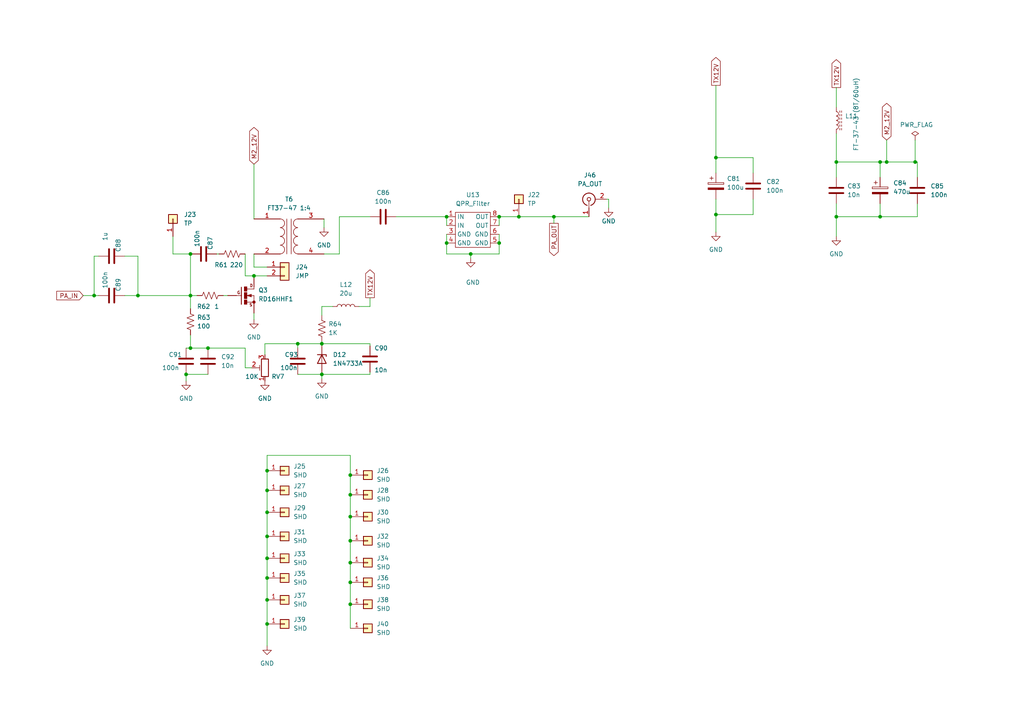
<source format=kicad_sch>
(kicad_sch (version 20211123) (generator eeschema)
  (paper "A4")
  (lib_symbols
    (symbol "Connector:Conn_Coaxial" (pin_names (offset 1.016) hide)
      (property "Reference" "J" (at 0.254 3.048 0))
      (property "Value" "Conn_Coaxial" (at 2.921 0 90))
      (symbol "Conn_Coaxial_0_1"
        (arc (start -1.778 -0.508) (mid 0.2311 -1.8066) (end 1.778 0) (stroke (width 0.254)))
        (polyline (pts (xy -2.54 0) (xy -0.508 0)))
        (polyline (pts (xy 0 -2.54) (xy 0 -1.778)))
        (circle (center 0 0) (radius 0.508) (stroke (width 0.2032)))
        (arc (start 1.778 0) (mid 0.2099 1.8101) (end -1.778 0.508) (stroke (width 0.254)))
      )
      (symbol "Conn_Coaxial_1_1"
        (pin passive line (at -5.08 0 0) (length 2.54) (name "In") (number "1"))
        (pin passive line (at 0 -5.08 90) (length 2.54) (name "Ext") (number "2"))
      )
    )
    (symbol "Connector_Generic:Conn_01x01" (pin_names (offset 1.016) hide)
      (property "Reference" "J" (at 0 2.54 0))
      (property "Value" "Conn_01x01" (at 0 -2.54 0))
      (symbol "Conn_01x01_1_1"
        (rectangle (start -1.27 0.127) (end 0 -0.127) (stroke (width 0.1524)))
        (rectangle (start -1.27 1.27) (end 1.27 -1.27) (stroke (width 0.254)) (fill (type background)))
        (pin passive line (at -5.08 0 0) (length 3.81) (name "Pin_1") (number "1"))
      )
    )
    (symbol "Connector_Generic:Conn_01x02" (pin_names (offset 1.016) hide)
      (property "Reference" "J" (at 0 2.54 0))
      (property "Value" "Conn_01x02" (at 0 -5.08 0))
      (symbol "Conn_01x02_1_1"
        (rectangle (start -1.27 -2.413) (end 0 -2.667) (stroke (width 0.1524)))
        (rectangle (start -1.27 0.127) (end 0 -0.127) (stroke (width 0.1524)))
        (rectangle (start -1.27 1.27) (end 1.27 -3.81) (stroke (width 0.254)) (fill (type background)))
        (pin passive line (at -5.08 0 0) (length 3.81) (name "Pin_1") (number "1"))
        (pin passive line (at -5.08 -2.54 0) (length 3.81) (name "Pin_2") (number "2"))
      )
    )
    (symbol "Custom_RF:Generic Transfomer" (pin_names (offset 1.016) hide)
      (property "Reference" "T" (at 0 6.35 0))
      (property "Value" "Generic Transfomer" (at 0 -7.62 0))
      (symbol "Generic Transfomer_0_1"
        (arc (start -2.54 -5.0546) (mid -1.6599 -4.6901) (end -1.27 -3.81))
        (arc (start -2.54 -2.5146) (mid -1.6599 -2.1501) (end -1.27 -1.27))
        (arc (start -2.54 0.0254) (mid -1.6599 0.3899) (end -1.27 1.27))
        (arc (start -2.54 2.5654) (mid -1.6599 2.9299) (end -1.27 3.81))
        (arc (start -1.27 -3.81) (mid -1.642 -2.912) (end -2.54 -2.54))
        (arc (start -1.27 -1.27) (mid -1.642 -0.372) (end -2.54 0))
        (arc (start -1.27 1.27) (mid -1.642 2.168) (end -2.54 2.54))
        (arc (start -1.27 3.81) (mid -1.642 4.708) (end -2.54 5.08))
        (polyline (pts (xy -0.635 5.08) (xy -0.635 -5.08)))
        (polyline (pts (xy 0.635 -5.08) (xy 0.635 5.08)))
        (arc (start 1.2954 -1.27) (mid 1.6599 -2.1501) (end 2.54 -2.5146))
        (arc (start 1.2954 1.27) (mid 1.6599 0.3899) (end 2.54 0.0254))
        (arc (start 1.2954 3.81) (mid 1.6599 2.9299) (end 2.54 2.5654))
        (arc (start 1.3208 -3.81) (mid 1.6853 -4.6901) (end 2.5654 -5.0546))
        (arc (start 2.54 0) (mid 1.642 -0.372) (end 1.2954 -1.27))
        (arc (start 2.54 2.54) (mid 1.642 2.168) (end 1.2954 1.27))
        (arc (start 2.54 5.08) (mid 1.642 4.708) (end 1.2954 3.81))
        (arc (start 2.5654 -2.54) (mid 1.6674 -2.912) (end 1.3208 -3.81))
      )
      (symbol "Generic Transfomer_1_1"
        (pin passive line (at -10.16 5.08 0) (length 7.62) (name "AA") (number "1"))
        (pin passive line (at -10.16 -5.08 0) (length 7.62) (name "AB") (number "2"))
        (pin passive line (at 10.16 5.08 180) (length 7.62) (name "SB") (number "3"))
        (pin passive line (at 10.16 -5.08 180) (length 7.62) (name "SA") (number "4"))
      )
    )
    (symbol "Custom_RF:QPR_Filter"
      (property "Reference" "U" (at 0 7.62 0))
      (property "Value" "QPR_Filter" (at 0 -7.62 0))
      (symbol "QPR_Filter_0_1"
        (rectangle (start -5.08 5.08) (end 5.08 -5.08))
      )
      (symbol "QPR_Filter_1_1"
        (pin bidirectional line (at -7.62 3.81 0) (length 2.54) (name "IN") (number "1"))
        (pin bidirectional line (at -7.62 1.27 0) (length 2.54) (name "IN") (number "2"))
        (pin power_in line (at -7.62 -1.27 0) (length 2.54) (name "GND") (number "3"))
        (pin power_in line (at -7.62 -3.81 0) (length 2.54) (name "GND") (number "4"))
        (pin power_in line (at 7.62 -3.81 180) (length 2.54) (name "GND") (number "5"))
        (pin power_in line (at 7.62 -1.27 180) (length 2.54) (name "GND") (number "6"))
        (pin bidirectional line (at 7.62 1.27 180) (length 2.54) (name "OUT") (number "7"))
        (pin bidirectional line (at 7.62 3.81 180) (length 2.54) (name "OUT") (number "8"))
      )
    )
    (symbol "Custom_RF:RD16HHF1" (pin_numbers hide) (pin_names (offset 1.016) hide)
      (property "Reference" "Q" (at 3.302 0.508 0))
      (property "Value" "RD16HHF1" (at 3.302 -0.508 0))
      (symbol "RD16HHF1_0_0"
        (rectangle (start -0.254 -2.54) (end 0.508 -1.27) (fill (type outline)))
        (rectangle (start -0.254 -0.889) (end 0.508 0.889) (fill (type outline)))
        (rectangle (start -0.254 1.27) (end 0.508 2.54) (fill (type outline)))
        (polyline (pts (xy -1.1176 0) (xy -2.54 0)) (stroke (width 0.1524)))
        (polyline (pts (xy -1.1176 0) (xy -1.1176 -2.54)) (stroke (width 0.254)))
        (polyline (pts (xy -1.1176 2.413) (xy -1.1176 0)) (stroke (width 0.254)))
        (polyline (pts (xy 0.508 -1.905) (xy 2.54 -1.905)) (stroke (width 0.1524)))
        (polyline (pts (xy 0.508 0) (xy 1.143 0)) (stroke (width 0.1524)))
        (polyline (pts (xy 0.508 0) (xy 1.778 0.381)) (stroke (width 0.1524)))
        (polyline (pts (xy 1.143 0) (xy 1.651 -0.127)) (stroke (width 0.3048)))
        (polyline (pts (xy 1.143 0) (xy 2.54 0)) (stroke (width 0.1524)))
        (polyline (pts (xy 1.651 0.127) (xy 1.143 0)) (stroke (width 0.3048)))
        (polyline (pts (xy 1.778 -0.381) (xy 0.508 0)) (stroke (width 0.1524)))
        (polyline (pts (xy 1.778 0.381) (xy 1.778 -0.381)) (stroke (width 0.1524)))
        (polyline (pts (xy 2.54 -1.905) (xy 2.54 -2.54)) (stroke (width 0.1524)))
        (polyline (pts (xy 2.54 0) (xy 2.54 -1.905)) (stroke (width 0.1524)))
        (polyline (pts (xy 2.54 1.905) (xy 0.5334 1.905)) (stroke (width 0.1524)))
        (polyline (pts (xy 2.54 2.54) (xy 2.54 1.905)) (stroke (width 0.1524)))
        (circle (center 2.54 -1.905) (radius 0.254) (stroke (width 0.4064)))
        (text "D" (at 1.27 2.413 0) (effects (font (size 0.8128 0.8128)) (justify left bottom)))
        (text "G" (at -2.413 0.381 0) (effects (font (size 0.8128 0.8128)) (justify left bottom)))
        (text "S" (at 1.143 -3.175 0) (effects (font (size 0.8128 0.8128)) (justify left bottom)))
        (pin passive line (at -5.08 0 0) (length 2.54) (name "~") (number "1"))
        (pin passive line (at 2.54 -5.08 90) (length 2.54) (name "~") (number "2"))
        (pin passive line (at 2.54 5.08 270) (length 2.54) (name "~") (number "3"))
      )
    )
    (symbol "Device:C" (pin_numbers hide) (pin_names (offset 0.254))
      (property "Reference" "C" (at 0.635 2.54 0))
      (property "Value" "C" (at 0.635 -2.54 0))
      (symbol "C_0_1"
        (polyline (pts (xy -2.032 -0.762) (xy 2.032 -0.762)) (stroke (width 0.508)))
        (polyline (pts (xy -2.032 0.762) (xy 2.032 0.762)) (stroke (width 0.508)))
      )
      (symbol "C_1_1"
        (pin passive line (at 0 3.81 270) (length 2.794) (name "~") (number "1"))
        (pin passive line (at 0 -3.81 90) (length 2.794) (name "~") (number "2"))
      )
    )
    (symbol "Device:C_Polarized" (pin_numbers hide) (pin_names (offset 0.254))
      (property "Reference" "C" (at 0.635 2.54 0))
      (property "Value" "C_Polarized" (at 0.635 -2.54 0))
      (symbol "C_Polarized_0_1"
        (rectangle (start -2.286 0.508) (end 2.286 1.016))
        (polyline (pts (xy -1.778 2.286) (xy -0.762 2.286)))
        (polyline (pts (xy -1.27 2.794) (xy -1.27 1.778)))
        (rectangle (start 2.286 -0.508) (end -2.286 -1.016) (fill (type outline)))
      )
      (symbol "C_Polarized_1_1"
        (pin passive line (at 0 3.81 270) (length 2.794) (name "~") (number "1"))
        (pin passive line (at 0 -3.81 90) (length 2.794) (name "~") (number "2"))
      )
    )
    (symbol "Device:L" (pin_numbers hide) (pin_names (offset 1.016) hide)
      (property "Reference" "L" (at -1.27 0 90))
      (property "Value" "L" (at 1.905 0 90))
      (symbol "L_0_1"
        (arc (start 0 -2.54) (mid 0.635 -1.905) (end 0 -1.27))
        (arc (start 0 -1.27) (mid 0.635 -0.635) (end 0 0))
        (arc (start 0 0) (mid 0.635 0.635) (end 0 1.27))
        (arc (start 0 1.27) (mid 0.635 1.905) (end 0 2.54))
      )
      (symbol "L_1_1"
        (pin passive line (at 0 3.81 270) (length 1.27) (name "1") (number "1"))
        (pin passive line (at 0 -3.81 90) (length 1.27) (name "2") (number "2"))
      )
    )
    (symbol "Device:L_Ferrite" (pin_numbers hide) (pin_names (offset 1.016) hide)
      (property "Reference" "L" (at -1.27 0 90))
      (property "Value" "L_Ferrite" (at 2.794 0 90))
      (symbol "L_Ferrite_0_1"
        (arc (start 0 -2.54) (mid 0.635 -1.905) (end 0 -1.27))
        (arc (start 0 -1.27) (mid 0.635 -0.635) (end 0 0))
        (polyline (pts (xy 1.016 -2.794) (xy 1.016 -2.286)))
        (polyline (pts (xy 1.016 -1.778) (xy 1.016 -1.27)))
        (polyline (pts (xy 1.016 -0.762) (xy 1.016 -0.254)))
        (polyline (pts (xy 1.016 0.254) (xy 1.016 0.762)))
        (polyline (pts (xy 1.016 1.27) (xy 1.016 1.778)))
        (polyline (pts (xy 1.016 2.286) (xy 1.016 2.794)))
        (polyline (pts (xy 1.524 -2.286) (xy 1.524 -2.794)))
        (polyline (pts (xy 1.524 -1.27) (xy 1.524 -1.778)))
        (polyline (pts (xy 1.524 -0.254) (xy 1.524 -0.762)))
        (polyline (pts (xy 1.524 0.762) (xy 1.524 0.254)))
        (polyline (pts (xy 1.524 1.778) (xy 1.524 1.27)))
        (polyline (pts (xy 1.524 2.794) (xy 1.524 2.286)))
        (arc (start 0 0) (mid 0.635 0.635) (end 0 1.27))
        (arc (start 0 1.27) (mid 0.635 1.905) (end 0 2.54))
      )
      (symbol "L_Ferrite_1_1"
        (pin passive line (at 0 3.81 270) (length 1.27) (name "1") (number "1"))
        (pin passive line (at 0 -3.81 90) (length 1.27) (name "2") (number "2"))
      )
    )
    (symbol "Device:R_Potentiometer_Trim" (pin_names (offset 1.016) hide)
      (property "Reference" "RV" (at -4.445 0 90))
      (property "Value" "R_Potentiometer_Trim" (at -2.54 0 90))
      (symbol "R_Potentiometer_Trim_0_1"
        (polyline (pts (xy 1.524 0.762) (xy 1.524 -0.762)))
        (polyline (pts (xy 2.54 0) (xy 1.524 0)))
        (rectangle (start 1.016 2.54) (end -1.016 -2.54) (stroke (width 0.254)))
      )
      (symbol "R_Potentiometer_Trim_1_1"
        (pin passive line (at 0 3.81 270) (length 1.27) (name "1") (number "1"))
        (pin passive line (at 3.81 0 180) (length 1.27) (name "2") (number "2"))
        (pin passive line (at 0 -3.81 90) (length 1.27) (name "3") (number "3"))
      )
    )
    (symbol "Device:R_US" (pin_numbers hide) (pin_names (offset 0))
      (property "Reference" "R" (at 2.54 0 90))
      (property "Value" "R_US" (at -2.54 0 90))
      (symbol "R_US_0_1"
        (polyline (pts (xy 0 -2.286) (xy 0 -2.54)))
        (polyline (pts (xy 0 2.286) (xy 0 2.54)))
        (polyline (pts (xy 0 -0.762) (xy 1.016 -1.143) (xy 0 -1.524) (xy -1.016 -1.905) (xy 0 -2.286)))
        (polyline (pts (xy 0 0.762) (xy 1.016 0.381) (xy 0 0) (xy -1.016 -0.381) (xy 0 -0.762)))
        (polyline (pts (xy 0 2.286) (xy 1.016 1.905) (xy 0 1.524) (xy -1.016 1.143) (xy 0 0.762)))
      )
      (symbol "R_US_1_1"
        (pin passive line (at 0 3.81 270) (length 1.27) (name "~") (number "1"))
        (pin passive line (at 0 -3.81 90) (length 1.27) (name "~") (number "2"))
      )
    )
    (symbol "Diode:1N47xxA" (pin_numbers hide) (pin_names hide)
      (property "Reference" "D" (at 0 2.54 0))
      (property "Value" "1N47xxA" (at 0 -2.54 0))
      (symbol "1N47xxA_0_1"
        (polyline (pts (xy 1.27 0) (xy -1.27 0)))
        (polyline (pts (xy -1.27 -1.27) (xy -1.27 1.27) (xy -0.762 1.27)) (stroke (width 0.254)))
        (polyline (pts (xy 1.27 -1.27) (xy 1.27 1.27) (xy -1.27 0) (xy 1.27 -1.27)) (stroke (width 0.254)))
      )
      (symbol "1N47xxA_1_1"
        (pin passive line (at -3.81 0 0) (length 2.54) (name "K") (number "1"))
        (pin passive line (at 3.81 0 180) (length 2.54) (name "A") (number "2"))
      )
    )
    (symbol "power:GND" (power) (pin_names (offset 0))
      (property "Value" "GND" (at 0 -3.81 0))
      (symbol "GND_0_1"
        (polyline (pts (xy 0 0) (xy 0 -1.27) (xy 1.27 -1.27) (xy 0 -2.54) (xy -1.27 -1.27) (xy 0 -1.27)))
      )
      (symbol "GND_1_1"
        (pin power_in line (at 0 0 270) (length 0) hide (name "GND") (number "1"))
      )
    )
    (symbol "power:PWR_FLAG" (power) (pin_numbers hide) (pin_names (offset 0) hide)
      (property "Value" "PWR_FLAG" (at 0 3.81 0))
      (symbol "PWR_FLAG_0_0"
        (pin power_out line (at 0 0 90) (length 0) (name "pwr") (number "1"))
      )
      (symbol "PWR_FLAG_0_1"
        (polyline (pts (xy 0 0) (xy 0 1.27) (xy -1.016 1.905) (xy 0 2.54) (xy 1.016 1.905) (xy 0 1.27)))
      )
    )
  )
  (junction (at 27.305 85.725))
  (junction (at 101.6 149.86))
  (junction (at 77.47 155.575))
  (junction (at 207.645 45.72))
  (junction (at 257.175 46.99))
  (junction (at 101.6 175.26))
  (junction (at 77.47 173.99))
  (junction (at 60.325 100.965))
  (junction (at 129.54 62.865))
  (junction (at 93.345 108.585))
  (junction (at 101.6 168.91))
  (junction (at 144.78 70.485))
  (junction (at 77.47 161.925))
  (junction (at 101.6 143.51))
  (junction (at 40.005 85.725))
  (junction (at 265.43 46.99))
  (junction (at 242.57 62.865))
  (junction (at 101.6 137.795))
  (junction (at 73.66 80.01))
  (junction (at 255.27 46.99))
  (junction (at 255.27 62.865))
  (junction (at 101.6 163.195))
  (junction (at 55.245 73.66))
  (junction (at 77.47 142.24))
  (junction (at 129.54 70.485))
  (junction (at 242.57 46.99))
  (junction (at 207.645 62.23))
  (junction (at 160.655 62.865))
  (junction (at 77.47 148.59))
  (junction (at 55.245 100.965))
  (junction (at 77.47 180.975))
  (junction (at 53.975 108.585))
  (junction (at 55.245 85.725))
  (junction (at 101.6 156.845))
  (junction (at 144.78 62.865))
  (junction (at 93.345 99.695))
  (junction (at 86.36 99.695))
  (junction (at 150.495 62.865))
  (junction (at 77.47 136.525))
  (junction (at 136.525 73.66))
  (junction (at 77.47 167.64))
  (wire (pts (xy 101.6 168.91) (xy 101.6 175.26)))
  (wire (pts (xy 257.175 40.64) (xy 257.175 46.99)))
  (wire (pts (xy 55.245 73.66) (xy 55.245 85.725)))
  (wire (pts (xy 77.47 132.08) (xy 77.47 136.525)))
  (wire (pts (xy 207.645 24.765) (xy 207.645 45.72)))
  (wire (pts (xy 207.645 57.785) (xy 207.645 62.23)))
  (wire (pts (xy 77.47 136.525) (xy 77.47 142.24)))
  (wire (pts (xy 77.47 155.575) (xy 77.47 161.925)))
  (wire (pts (xy 101.6 175.26) (xy 101.6 182.245)))
  (wire (pts (xy 77.47 187.325) (xy 77.47 180.975)))
  (wire (pts (xy 160.655 62.865) (xy 160.655 64.77)))
  (wire (pts (xy 93.345 107.95) (xy 93.345 108.585)))
  (wire (pts (xy 255.27 46.99) (xy 257.175 46.99)))
  (wire (pts (xy 27.305 74.295) (xy 27.305 85.725)))
  (wire (pts (xy 27.305 85.725) (xy 28.575 85.725)))
  (wire (pts (xy 242.57 62.865) (xy 255.27 62.865)))
  (wire (pts (xy 53.975 110.49) (xy 53.975 108.585)))
  (wire (pts (xy 255.27 59.055) (xy 255.27 62.865)))
  (wire (pts (xy 71.12 73.66) (xy 71.12 80.01)))
  (wire (pts (xy 144.78 67.945) (xy 144.78 70.485)))
  (wire (pts (xy 265.43 46.99) (xy 266.065 46.99)))
  (wire (pts (xy 40.005 85.725) (xy 55.245 85.725)))
  (wire (pts (xy 242.57 46.99) (xy 255.27 46.99)))
  (wire (pts (xy 107.315 108.585) (xy 107.315 107.95)))
  (wire (pts (xy 93.345 99.695) (xy 93.345 99.06)))
  (wire (pts (xy 242.57 62.865) (xy 242.57 68.58)))
  (wire (pts (xy 98.425 62.865) (xy 98.425 73.66)))
  (wire (pts (xy 101.6 137.795) (xy 101.6 132.08)))
  (wire (pts (xy 93.345 109.855) (xy 93.345 108.585)))
  (wire (pts (xy 71.12 100.965) (xy 60.325 100.965)))
  (wire (pts (xy 176.53 57.785) (xy 176.53 60.325)))
  (wire (pts (xy 93.345 108.585) (xy 86.36 108.585)))
  (wire (pts (xy 242.57 46.99) (xy 242.57 51.435)))
  (wire (pts (xy 73.66 80.01) (xy 73.66 80.645)))
  (wire (pts (xy 144.78 62.865) (xy 144.78 65.405)))
  (wire (pts (xy 257.175 46.99) (xy 265.43 46.99)))
  (wire (pts (xy 107.315 62.865) (xy 98.425 62.865)))
  (wire (pts (xy 55.245 73.66) (xy 50.165 73.66)))
  (wire (pts (xy 77.47 80.01) (xy 73.66 80.01)))
  (wire (pts (xy 107.315 86.36) (xy 107.315 88.9)))
  (wire (pts (xy 207.645 45.72) (xy 218.44 45.72)))
  (wire (pts (xy 73.66 90.805) (xy 73.66 92.71)))
  (wire (pts (xy 36.195 85.725) (xy 40.005 85.725)))
  (wire (pts (xy 93.345 100.33) (xy 93.345 99.695)))
  (wire (pts (xy 96.52 88.9) (xy 93.345 88.9)))
  (wire (pts (xy 36.195 74.295) (xy 40.005 74.295)))
  (wire (pts (xy 160.655 62.865) (xy 170.815 62.865)))
  (wire (pts (xy 24.13 85.725) (xy 27.305 85.725)))
  (wire (pts (xy 129.54 73.66) (xy 136.525 73.66)))
  (wire (pts (xy 218.44 45.72) (xy 218.44 50.165)))
  (wire (pts (xy 77.47 173.99) (xy 77.47 180.975)))
  (wire (pts (xy 101.6 132.08) (xy 77.47 132.08)))
  (wire (pts (xy 55.245 85.725) (xy 57.15 85.725)))
  (wire (pts (xy 107.315 99.695) (xy 107.315 100.33)))
  (wire (pts (xy 129.54 67.945) (xy 129.54 70.485)))
  (wire (pts (xy 77.47 167.64) (xy 77.47 173.99)))
  (wire (pts (xy 136.525 73.66) (xy 136.525 74.93)))
  (wire (pts (xy 101.6 143.51) (xy 101.6 149.86)))
  (wire (pts (xy 255.27 62.865) (xy 266.065 62.865)))
  (wire (pts (xy 266.065 62.865) (xy 266.065 59.055)))
  (wire (pts (xy 101.6 156.845) (xy 101.6 163.195)))
  (wire (pts (xy 40.005 74.295) (xy 40.005 85.725)))
  (wire (pts (xy 77.47 161.925) (xy 77.47 167.64)))
  (wire (pts (xy 93.345 88.9) (xy 93.345 91.44)))
  (wire (pts (xy 76.835 99.695) (xy 76.835 102.87)))
  (wire (pts (xy 242.57 25.4) (xy 242.57 31.115)))
  (wire (pts (xy 150.495 62.865) (xy 144.78 62.865)))
  (wire (pts (xy 86.36 99.695) (xy 93.345 99.695)))
  (wire (pts (xy 114.935 62.865) (xy 129.54 62.865)))
  (wire (pts (xy 266.065 46.99) (xy 266.065 51.435)))
  (wire (pts (xy 255.27 46.99) (xy 255.27 51.435)))
  (wire (pts (xy 129.54 62.865) (xy 129.54 65.405)))
  (wire (pts (xy 73.025 106.68) (xy 71.12 106.68)))
  (wire (pts (xy 93.345 99.695) (xy 107.315 99.695)))
  (wire (pts (xy 86.36 99.695) (xy 86.36 100.965)))
  (wire (pts (xy 144.78 73.66) (xy 144.78 70.485)))
  (wire (pts (xy 218.44 62.23) (xy 218.44 57.785)))
  (wire (pts (xy 71.12 80.01) (xy 73.66 80.01)))
  (wire (pts (xy 73.66 47.625) (xy 73.66 63.5)))
  (wire (pts (xy 136.525 73.66) (xy 144.78 73.66)))
  (wire (pts (xy 55.245 97.155) (xy 55.245 100.965)))
  (wire (pts (xy 242.57 59.055) (xy 242.57 62.865)))
  (wire (pts (xy 53.975 108.585) (xy 60.325 108.585)))
  (wire (pts (xy 242.57 38.735) (xy 242.57 46.99)))
  (wire (pts (xy 104.14 88.9) (xy 107.315 88.9)))
  (wire (pts (xy 62.865 73.66) (xy 63.5 73.66)))
  (wire (pts (xy 101.6 137.795) (xy 101.6 143.51)))
  (wire (pts (xy 207.645 45.72) (xy 207.645 50.165)))
  (wire (pts (xy 55.245 89.535) (xy 55.245 85.725)))
  (wire (pts (xy 175.895 57.785) (xy 176.53 57.785)))
  (wire (pts (xy 207.645 62.23) (xy 218.44 62.23)))
  (wire (pts (xy 129.54 70.485) (xy 129.54 73.66)))
  (wire (pts (xy 101.6 149.86) (xy 101.6 156.845)))
  (wire (pts (xy 77.47 142.24) (xy 77.47 148.59)))
  (wire (pts (xy 101.6 163.195) (xy 101.6 168.91)))
  (wire (pts (xy 55.245 100.965) (xy 60.325 100.965)))
  (wire (pts (xy 50.165 73.66) (xy 50.165 68.58)))
  (wire (pts (xy 93.98 66.04) (xy 93.98 63.5)))
  (wire (pts (xy 93.98 73.66) (xy 98.425 73.66)))
  (wire (pts (xy 53.975 100.965) (xy 55.245 100.965)))
  (wire (pts (xy 93.345 108.585) (xy 107.315 108.585)))
  (wire (pts (xy 73.66 77.47) (xy 73.66 73.66)))
  (wire (pts (xy 71.12 106.68) (xy 71.12 100.965)))
  (wire (pts (xy 77.47 148.59) (xy 77.47 155.575)))
  (wire (pts (xy 265.43 40.64) (xy 265.43 46.99)))
  (wire (pts (xy 76.835 99.695) (xy 86.36 99.695)))
  (wire (pts (xy 150.495 62.865) (xy 160.655 62.865)))
  (wire (pts (xy 77.47 77.47) (xy 73.66 77.47)))
  (wire (pts (xy 28.575 74.295) (xy 27.305 74.295)))
  (wire (pts (xy 207.645 62.23) (xy 207.645 67.31)))
  (wire (pts (xy 64.77 85.725) (xy 66.04 85.725)))
  (global_label "TX12V" (shape output) (at 242.57 25.4 90) (property "Intersheet References" "${INTERSHEET_REFS}" (effects hide)))
  (global_label "PA_IN" (shape input) (at 24.13 85.725 180) (property "Intersheet References" "${INTERSHEET_REFS}" (effects hide)))
  (global_label "M2_12V" (shape bidirectional) (at 73.66 47.625 90) (property "Intersheet References" "${INTERSHEET_REFS}" (effects hide)))
  (global_label "TX12V" (shape output) (at 207.645 24.765 90) (property "Intersheet References" "${INTERSHEET_REFS}" (effects hide)))
  (global_label "PA_OUT" (shape output) (at 160.655 64.77 270) (property "Intersheet References" "${INTERSHEET_REFS}" (effects hide)))
  (global_label "TX12V" (shape output) (at 107.315 86.36 90) (property "Intersheet References" "${INTERSHEET_REFS}" (effects hide)))
  (global_label "M2_12V" (shape bidirectional) (at 257.175 40.64 90) (property "Intersheet References" "${INTERSHEET_REFS}" (effects hide)))
  (symbol (lib_id "Connector_Generic:Conn_01x01") (at 106.68 182.245 0) (unit 1)
    (property "Reference" "J40" (at 109.22 180.9749 0) (effects (justify left)))
    (property "Value" "SHD" (at 109.22 183.5149 0) (effects (justify left)))
    (property "Footprint" "TestPoint:TestPoint_Pad_2.0x2.0mm" (effects hide))
  )
  (symbol (lib_id "Device:C") (at 218.44 53.975 0) (unit 1)
    (property "Reference" "C82" (at 222.25 52.7049 0) (effects (justify left)))
    (property "Value" "100n" (at 222.25 55.2449 0) (effects (justify left)))
    (property "Footprint" "Capacitor_SMD:C_1206_3216Metric" (effects hide))
  )
  (symbol (lib_id "Device:R_US") (at 60.96 85.725 270) (unit 1)
    (property "Reference" "R62" (at 59.055 88.9 90))
    (property "Value" "1" (at 62.865 88.9 90))
    (property "Footprint" "Resistor_SMD:R_1206_3216Metric" (effects hide))
  )
  (symbol (lib_id "power:GND") (at 93.98 66.04 0) (unit 1)
    (property "Reference" "#PWR085" (effects hide))
    (property "Value" "GND" (at 93.98 71.12 0))
  )
  (symbol (lib_id "Device:C_Polarized") (at 255.27 55.245 0) (unit 1)
    (property "Reference" "C84" (at 259.08 53.0859 0) (effects (justify left)))
    (property "Value" "470u" (at 259.08 55.6259 0) (effects (justify left)))
    (property "Footprint" "Capacitor_THT:CP_Radial_D8.0mm_P3.50mm" (effects hide))
  )
  (symbol (lib_id "Connector_Generic:Conn_01x01") (at 82.55 142.24 0) (unit 1)
    (property "Reference" "J27" (at 85.09 140.9699 0) (effects (justify left)))
    (property "Value" "SHD" (at 85.09 143.5099 0) (effects (justify left)))
    (property "Footprint" "TestPoint:TestPoint_Pad_2.0x2.0mm" (effects hide))
  )
  (symbol (lib_id "power:PWR_FLAG") (at 265.43 40.64 0) (unit 1)
    (property "Reference" "#FLG010" (effects hide))
    (property "Value" "PWR_FLAG" (at 260.985 36.195 0) (effects (justify left)))
  )
  (symbol (lib_id "Device:R_US") (at 55.245 93.345 180) (unit 1)
    (property "Reference" "R63" (at 57.15 92.0749 0) (effects (justify right)))
    (property "Value" "100" (at 57.15 94.6149 0) (effects (justify right)))
    (property "Footprint" "Resistor_SMD:R_1206_3216Metric" (effects hide))
  )
  (symbol (lib_id "Device:R_Potentiometer_Trim") (at 76.835 106.68 180) (unit 1)
    (property "Reference" "RV7" (at 78.74 109.22 0) (effects (justify right)))
    (property "Value" "10K" (at 71.12 109.22 0) (effects (justify right)))
    (property "Footprint" "Potentiometer_THT:Potentiometer_Bourns_3296W_Vertical" (effects hide))
  )
  (symbol (lib_id "power:GND") (at 136.525 74.93 0) (unit 1)
    (property "Reference" "#PWR088" (effects hide))
    (property "Value" "GND" (at 137.16 81.915 0))
  )
  (symbol (lib_id "Connector_Generic:Conn_01x01") (at 82.55 161.925 0) (unit 1)
    (property "Reference" "J33" (at 85.09 160.6549 0) (effects (justify left)))
    (property "Value" "SHD" (at 85.09 163.1949 0) (effects (justify left)))
    (property "Footprint" "TestPoint:TestPoint_Pad_2.0x2.0mm" (effects hide))
  )
  (symbol (lib_id "power:GND") (at 53.975 110.49 0) (unit 1)
    (property "Reference" "#PWR091" (effects hide))
    (property "Value" "GND" (at 53.975 115.57 0))
  )
  (symbol (lib_id "Connector_Generic:Conn_01x01") (at 106.68 137.795 0) (unit 1)
    (property "Reference" "J26" (at 109.22 136.5249 0) (effects (justify left)))
    (property "Value" "SHD" (at 109.22 139.0649 0) (effects (justify left)))
    (property "Footprint" "TestPoint:TestPoint_Pad_2.0x2.0mm" (effects hide))
  )
  (symbol (lib_id "Connector_Generic:Conn_01x01") (at 82.55 148.59 0) (unit 1)
    (property "Reference" "J29" (at 85.09 147.3199 0) (effects (justify left)))
    (property "Value" "SHD" (at 85.09 149.8599 0) (effects (justify left)))
    (property "Footprint" "TestPoint:TestPoint_Pad_2.0x2.0mm" (effects hide))
  )
  (symbol (lib_id "Device:C") (at 111.125 62.865 90) (unit 1)
    (property "Reference" "C86" (at 111.125 55.88 90))
    (property "Value" "100n" (at 111.125 58.42 90))
    (property "Footprint" "Capacitor_SMD:C_1206_3216Metric" (effects hide))
  )
  (symbol (lib_id "Connector_Generic:Conn_01x01") (at 106.68 143.51 0) (unit 1)
    (property "Reference" "J28" (at 109.22 142.2399 0) (effects (justify left)))
    (property "Value" "SHD" (at 109.22 144.7799 0) (effects (justify left)))
    (property "Footprint" "TestPoint:TestPoint_Pad_2.0x2.0mm" (effects hide))
  )
  (symbol (lib_id "Connector_Generic:Conn_01x01") (at 150.495 57.785 90) (unit 1)
    (property "Reference" "J22" (at 153.035 56.5149 90) (effects (justify right)))
    (property "Value" "TP" (at 153.035 59.0549 90) (effects (justify right)))
    (property "Footprint" "Connector_PinHeader_1.00mm:PinHeader_1x01_P1.00mm_Vertical" (effects hide))
  )
  (symbol (lib_id "Device:L_Ferrite") (at 242.57 34.925 0) (unit 1)
    (property "Reference" "L11" (at 245.11 33.6549 0) (effects (justify left)))
    (property "Value" "FT-37-43 (8T/60uH)" (at 248.285 43.815 90) (effects (justify left)))
    (property "Footprint" "Inductor_THT:L_Toroid_Horizontal_D9.5mm_P15.00mm_Diameter10-5mm_Amidon-T37" (effects hide))
  )
  (symbol (lib_id "Device:R_US") (at 67.31 73.66 270) (unit 1)
    (property "Reference" "R61" (at 64.135 76.835 90))
    (property "Value" "220" (at 68.58 76.835 90))
    (property "Footprint" "Resistor_SMD:R_1206_3216Metric" (effects hide))
  )
  (symbol (lib_id "Device:C") (at 60.325 104.775 0) (unit 1)
    (property "Reference" "C92" (at 64.135 103.5049 0) (effects (justify left)))
    (property "Value" "10n" (at 64.135 106.0449 0) (effects (justify left)))
    (property "Footprint" "Capacitor_SMD:C_1206_3216Metric" (effects hide))
  )
  (symbol (lib_id "Connector_Generic:Conn_01x02") (at 82.55 77.47 0) (unit 1)
    (property "Reference" "J24" (at 85.725 77.4699 0) (effects (justify left)))
    (property "Value" "JMP" (at 85.725 80.0099 0) (effects (justify left)))
    (property "Footprint" "Connector_PinHeader_2.54mm:PinHeader_1x02_P2.54mm_Vertical" (effects hide))
  )
  (symbol (lib_id "Connector_Generic:Conn_01x01") (at 82.55 136.525 0) (unit 1)
    (property "Reference" "J25" (at 85.09 135.2549 0) (effects (justify left)))
    (property "Value" "SHD" (at 85.09 137.7949 0) (effects (justify left)))
    (property "Footprint" "TestPoint:TestPoint_Pad_2.0x2.0mm" (effects hide))
  )
  (symbol (lib_id "Device:C") (at 59.055 73.66 270) (unit 1)
    (property "Reference" "C87" (at 60.96 68.58 0) (effects (justify left)))
    (property "Value" "100n" (at 57.15 66.675 0) (effects (justify left)))
    (property "Footprint" "Capacitor_SMD:C_1206_3216Metric" (effects hide))
  )
  (symbol (lib_id "Connector:Conn_Coaxial") (at 170.815 57.785 90) (unit 1)
    (property "Reference" "J46" (at 171.1082 50.8 90))
    (property "Value" "PA_OUT" (at 171.1082 53.34 90))
    (property "Footprint" "Connector_Coaxial:SMA_Amphenol_901-144_Vertical" (effects hide))
    (property "Datasheet" " ~" (effects hide))
  )
  (symbol (lib_id "power:GND") (at 77.47 187.325 0) (unit 1)
    (property "Reference" "#PWR093" (effects hide))
    (property "Value" "GND" (at 77.47 192.405 0))
  )
  (symbol (lib_id "Device:C") (at 266.065 55.245 0) (unit 1)
    (property "Reference" "C85" (at 269.875 53.9749 0) (effects (justify left)))
    (property "Value" "100n" (at 269.875 56.5149 0) (effects (justify left)))
    (property "Footprint" "Capacitor_SMD:C_1206_3216Metric" (effects hide))
  )
  (symbol (lib_id "Device:L") (at 100.33 88.9 90) (unit 1)
    (property "Reference" "L12" (at 100.33 82.55 90))
    (property "Value" "20u" (at 100.33 85.09 90))
    (property "Footprint" "Inductor_SMD:L_1206_3216Metric" (effects hide))
  )
  (symbol (lib_id "power:GND") (at 242.57 68.58 0) (unit 1)
    (property "Reference" "#PWR087" (effects hide))
    (property "Value" "GND" (at 242.57 73.66 0))
  )
  (symbol (lib_id "Device:C") (at 32.385 74.295 270) (unit 1)
    (property "Reference" "C88" (at 34.29 69.215 0) (effects (justify left)))
    (property "Value" "1u" (at 30.48 67.31 0) (effects (justify left)))
    (property "Footprint" "Capacitor_SMD:C_1206_3216Metric" (effects hide))
  )
  (symbol (lib_id "Connector_Generic:Conn_01x01") (at 106.68 175.26 0) (unit 1)
    (property "Reference" "J38" (at 109.22 173.9899 0) (effects (justify left)))
    (property "Value" "SHD" (at 109.22 176.5299 0) (effects (justify left)))
    (property "Footprint" "TestPoint:TestPoint_Pad_2.0x2.0mm" (effects hide))
  )
  (symbol (lib_id "Diode:1N47xxA") (at 93.345 104.14 270) (unit 1)
    (property "Reference" "D12" (at 96.52 102.8699 90) (effects (justify left)))
    (property "Value" "1N4733A" (at 96.52 105.4099 90) (effects (justify left)))
    (property "Footprint" "Diode_THT:D_DO-35_SOD27_P7.62mm_Horizontal" (effects hide))
    (property "Datasheet" "https://www.vishay.com/docs/85816/1n4728a.pdf" (effects hide))
  )
  (symbol (lib_id "Device:C") (at 107.315 104.14 0) (unit 1)
    (property "Reference" "C90" (at 108.585 100.965 0) (effects (justify left)))
    (property "Value" "10n" (at 108.585 107.315 0) (effects (justify left)))
    (property "Footprint" "Capacitor_SMD:C_1206_3216Metric" (effects hide))
  )
  (symbol (lib_id "Connector_Generic:Conn_01x01") (at 50.165 63.5 90) (unit 1)
    (property "Reference" "J23" (at 53.34 62.2299 90) (effects (justify right)))
    (property "Value" "TP" (at 53.34 64.7699 90) (effects (justify right)))
    (property "Footprint" "Connector_PinHeader_1.00mm:PinHeader_1x01_P1.00mm_Vertical" (effects hide))
  )
  (symbol (lib_id "Device:C") (at 53.975 104.775 0) (unit 1)
    (property "Reference" "C91" (at 48.895 102.87 0) (effects (justify left)))
    (property "Value" "100n" (at 46.99 106.68 0) (effects (justify left)))
    (property "Footprint" "Capacitor_SMD:C_1206_3216Metric" (effects hide))
  )
  (symbol (lib_id "Custom_RF:Generic Transfomer") (at 83.82 68.58 0) (unit 1)
    (property "Reference" "T6" (at 83.8327 57.785 0))
    (property "Value" "FT37-47 1:4" (at 83.8327 60.325 0))
    (property "Footprint" "Transformer_THT:Transformer_Toroid_Horizontal_D10.5mm_Amidon-T37" (effects hide))
  )
  (symbol (lib_id "Connector_Generic:Conn_01x01") (at 82.55 155.575 0) (unit 1)
    (property "Reference" "J31" (at 85.09 154.3049 0) (effects (justify left)))
    (property "Value" "SHD" (at 85.09 156.8449 0) (effects (justify left)))
    (property "Footprint" "TestPoint:TestPoint_Pad_2.0x2.0mm" (effects hide))
  )
  (symbol (lib_id "power:GND") (at 176.53 60.325 0) (unit 1)
    (property "Reference" "#PWR0100" (effects hide))
    (property "Value" "GND" (at 176.53 64.135 0))
  )
  (symbol (lib_id "Device:R_US") (at 93.345 95.25 0) (unit 1)
    (property "Reference" "R64" (at 95.25 93.9799 0) (effects (justify left)))
    (property "Value" "1K" (at 95.25 96.5199 0) (effects (justify left)))
    (property "Footprint" "Resistor_SMD:R_1206_3216Metric" (effects hide))
  )
  (symbol (lib_id "power:GND") (at 76.835 110.49 0) (unit 1)
    (property "Reference" "#PWR092" (effects hide))
    (property "Value" "GND" (at 76.835 115.57 0))
  )
  (symbol (lib_id "Device:C") (at 242.57 55.245 0) (unit 1)
    (property "Reference" "C83" (at 245.745 53.9749 0) (effects (justify left)))
    (property "Value" "10n" (at 245.745 56.5149 0) (effects (justify left)))
    (property "Footprint" "Capacitor_SMD:C_1206_3216Metric" (effects hide))
  )
  (symbol (lib_id "Device:C_Polarized") (at 207.645 53.975 0) (unit 1)
    (property "Reference" "C81" (at 210.82 51.8159 0) (effects (justify left)))
    (property "Value" "100u" (at 210.82 54.3559 0) (effects (justify left)))
    (property "Footprint" "Capacitor_THT:CP_Radial_D8.0mm_P2.50mm" (effects hide))
  )
  (symbol (lib_id "Connector_Generic:Conn_01x01") (at 82.55 167.64 0) (unit 1)
    (property "Reference" "J35" (at 85.09 166.3699 0) (effects (justify left)))
    (property "Value" "SHD" (at 85.09 168.9099 0) (effects (justify left)))
    (property "Footprint" "TestPoint:TestPoint_Pad_2.0x2.0mm" (effects hide))
  )
  (symbol (lib_id "Custom_RF:RD16HHF1") (at 71.12 85.725 0) (unit 1)
    (property "Reference" "Q3" (at 74.93 84.1816 0) (effects (justify left)))
    (property "Value" "RD16HHF1" (at 74.93 86.7216 0) (effects (justify left)))
    (property "Footprint" "Custom_RF:TO-220-3" (effects hide))
  )
  (symbol (lib_id "Device:C") (at 86.36 104.775 0) (unit 1)
    (property "Reference" "C93" (at 82.55 102.87 0) (effects (justify left)))
    (property "Value" "100n" (at 81.28 106.68 0) (effects (justify left)))
    (property "Footprint" "Capacitor_SMD:C_1206_3216Metric" (effects hide))
  )
  (symbol (lib_id "Connector_Generic:Conn_01x01") (at 106.68 156.845 0) (unit 1)
    (property "Reference" "J32" (at 109.22 155.5749 0) (effects (justify left)))
    (property "Value" "SHD" (at 109.22 158.1149 0) (effects (justify left)))
    (property "Footprint" "TestPoint:TestPoint_Pad_2.0x2.0mm" (effects hide))
  )
  (symbol (lib_id "Connector_Generic:Conn_01x01") (at 82.55 173.99 0) (unit 1)
    (property "Reference" "J37" (at 85.09 172.7199 0) (effects (justify left)))
    (property "Value" "SHD" (at 85.09 175.2599 0) (effects (justify left)))
    (property "Footprint" "TestPoint:TestPoint_Pad_2.0x2.0mm" (effects hide))
  )
  (symbol (lib_id "Connector_Generic:Conn_01x01") (at 106.68 149.86 0) (unit 1)
    (property "Reference" "J30" (at 109.22 148.5899 0) (effects (justify left)))
    (property "Value" "SHD" (at 109.22 151.1299 0) (effects (justify left)))
    (property "Footprint" "TestPoint:TestPoint_Pad_2.0x2.0mm" (effects hide))
  )
  (symbol (lib_id "Connector_Generic:Conn_01x01") (at 82.55 180.975 0) (unit 1)
    (property "Reference" "J39" (at 85.09 179.7049 0) (effects (justify left)))
    (property "Value" "SHD" (at 85.09 182.2449 0) (effects (justify left)))
    (property "Footprint" "TestPoint:TestPoint_Pad_2.0x2.0mm" (effects hide))
  )
  (symbol (lib_id "power:GND") (at 93.345 109.855 0) (unit 1)
    (property "Reference" "#PWR090" (effects hide))
    (property "Value" "GND" (at 93.345 114.935 0))
  )
  (symbol (lib_id "power:GND") (at 73.66 92.71 0) (unit 1)
    (property "Reference" "#PWR089" (effects hide))
    (property "Value" "GND" (at 73.66 97.79 0))
  )
  (symbol (lib_id "Connector_Generic:Conn_01x01") (at 106.68 163.195 0) (unit 1)
    (property "Reference" "J34" (at 109.22 161.9249 0) (effects (justify left)))
    (property "Value" "SHD" (at 109.22 164.4649 0) (effects (justify left)))
    (property "Footprint" "TestPoint:TestPoint_Pad_2.0x2.0mm" (effects hide))
  )
  (symbol (lib_id "Custom_RF:QPR_Filter") (at 137.16 66.675 0) (unit 1)
    (property "Reference" "U13" (at 137.16 56.515 0))
    (property "Value" "QPR_Filter" (at 137.16 59.055 0))
    (property "Footprint" "Custom_RF:QRPLabs_Filter_TH" (effects hide))
    (property "Datasheet" "https://www.qrp-labs.com/lpfkit.html" (effects hide))
  )
  (symbol (lib_id "Connector_Generic:Conn_01x01") (at 106.68 168.91 0) (unit 1)
    (property "Reference" "J36" (at 109.22 167.6399 0) (effects (justify left)))
    (property "Value" "SHD" (at 109.22 170.1799 0) (effects (justify left)))
    (property "Footprint" "TestPoint:TestPoint_Pad_2.0x2.0mm" (effects hide))
  )
  (symbol (lib_id "power:GND") (at 207.645 67.31 0) (unit 1)
    (property "Reference" "#PWR086" (effects hide))
    (property "Value" "GND" (at 207.645 72.39 0))
  )
  (symbol (lib_id "Device:C") (at 32.385 85.725 270) (unit 1)
    (property "Reference" "C89" (at 34.29 80.645 0) (effects (justify left)))
    (property "Value" "100n" (at 30.48 78.74 0) (effects (justify left)))
    (property "Footprint" "Capacitor_SMD:C_1206_3216Metric" (effects hide))
  )
)
</source>
